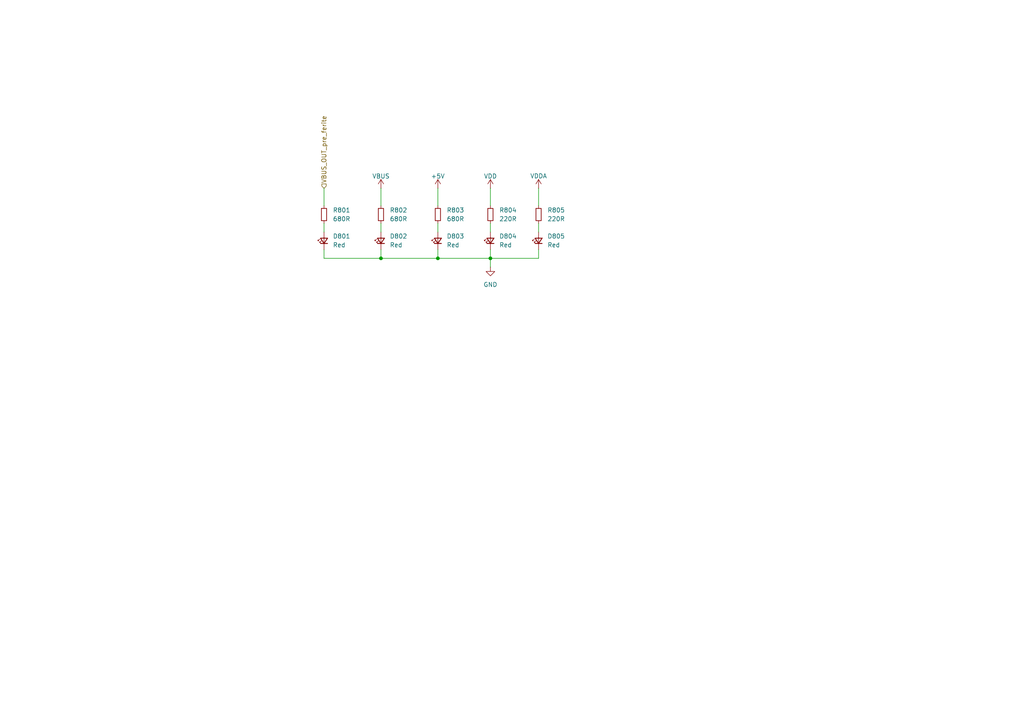
<source format=kicad_sch>
(kicad_sch (version 20231120) (generator "eeschema") (generator_version "8.0")
  (paper "A4")
  (lib_symbols
    (symbol "Device:LED_Small" (pin_numbers hide) (pin_names (offset 0.254) hide)
      (property "Reference" "D" (at -1.27 3.175 0))
      (property "Value" "LED_Small" (at -4.445 -2.54 0))
      (symbol "LED_Small_0_1"
        (polyline (pts (xy -0.762 -1.016) (xy -0.762 1.016)) (stroke (width 0.254)))
        (polyline (pts (xy 1.016 0) (xy -0.762 0)))
        (polyline (pts (xy 0.762 -1.016) (xy -0.762 0) (xy 0.762 1.016) (xy 0.762 -1.016)) (stroke (width 0.254)))
        (polyline (pts (xy 0 0.762) (xy -0.508 1.27) (xy -0.254 1.27) (xy -0.508 1.27) (xy -0.508 1.016)))
        (polyline (pts (xy 0.508 1.27) (xy 0 1.778) (xy 0.254 1.778) (xy 0 1.778) (xy 0 1.524)))
      )
      (symbol "LED_Small_1_1"
        (pin passive line (at -2.54 0 0) (length 1.778) (name "K") (number "1"))
        (pin passive line (at 2.54 0 180) (length 1.778) (name "A") (number "2"))
      )
    )
    (symbol "Device:R_Small" (pin_numbers hide) (pin_names (offset 0.254) hide)
      (property "Reference" "R" (at 0.762 0.508 0))
      (property "Value" "R_Small" (at 0.762 -1.016 0))
      (symbol "R_Small_0_1"
        (rectangle (start -0.762 1.778) (end 0.762 -1.778) (stroke (width 0.2032)))
      )
      (symbol "R_Small_1_1"
        (pin passive line (at 0 2.54 270) (length 0.762) (name "~") (number "1"))
        (pin passive line (at 0 -2.54 90) (length 0.762) (name "~") (number "2"))
      )
    )
    (symbol "power:+5V" (power) (pin_numbers hide) (pin_names (offset 0) hide)
      (property "Value" "+5V" (at 0 3.556 0))
      (symbol "+5V_0_1"
        (polyline (pts (xy -0.762 1.27) (xy 0 2.54)))
        (polyline (pts (xy 0 0) (xy 0 2.54)))
        (polyline (pts (xy 0 2.54) (xy 0.762 1.27)))
      )
      (symbol "+5V_1_1"
        (pin power_in line (at 0 0 90) (length 0) (name "~") (number "1"))
      )
    )
    (symbol "power:GND" (power) (pin_numbers hide) (pin_names (offset 0) hide)
      (property "Value" "GND" (at 0 -3.81 0))
      (symbol "GND_0_1"
        (polyline (pts (xy 0 0) (xy 0 -1.27) (xy 1.27 -1.27) (xy 0 -2.54) (xy -1.27 -1.27) (xy 0 -1.27)))
      )
      (symbol "GND_1_1"
        (pin power_in line (at 0 0 270) (length 0) (name "~") (number "1"))
      )
    )
    (symbol "power:VBUS" (power) (pin_numbers hide) (pin_names (offset 0) hide)
      (property "Value" "VBUS" (at 0 3.556 0))
      (symbol "VBUS_0_1"
        (polyline (pts (xy -0.762 1.27) (xy 0 2.54)))
        (polyline (pts (xy 0 0) (xy 0 2.54)))
        (polyline (pts (xy 0 2.54) (xy 0.762 1.27)))
      )
      (symbol "VBUS_1_1"
        (pin power_in line (at 0 0 90) (length 0) (name "~") (number "1"))
      )
    )
    (symbol "power:VDD" (power) (pin_numbers hide) (pin_names (offset 0) hide)
      (property "Value" "VDD" (at 0 3.556 0))
      (symbol "VDD_0_1"
        (polyline (pts (xy -0.762 1.27) (xy 0 2.54)))
        (polyline (pts (xy 0 0) (xy 0 2.54)))
        (polyline (pts (xy 0 2.54) (xy 0.762 1.27)))
      )
      (symbol "VDD_1_1"
        (pin power_in line (at 0 0 90) (length 0) (name "~") (number "1"))
      )
    )
    (symbol "power:VDDA" (power) (pin_numbers hide) (pin_names (offset 0) hide)
      (property "Value" "VDDA" (at 0 3.556 0))
      (symbol "VDDA_0_1"
        (polyline (pts (xy -0.762 1.27) (xy 0 2.54)))
        (polyline (pts (xy 0 0) (xy 0 2.54)))
        (polyline (pts (xy 0 2.54) (xy 0.762 1.27)))
      )
      (symbol "VDDA_1_1"
        (pin power_in line (at 0 0 90) (length 0) (name "~") (number "1"))
      )
    )
  )
  (junction (at 110.49 74.93))
  (junction (at 142.24 74.93))
  (junction (at 127 74.93))
  (wire (pts (xy 127 54.61) (xy 127 59.69)))
  (wire (pts (xy 142.24 64.77) (xy 142.24 67.31)))
  (wire (pts (xy 127 74.93) (xy 142.24 74.93)))
  (wire (pts (xy 142.24 72.39) (xy 142.24 74.93)))
  (wire (pts (xy 156.21 74.93) (xy 156.21 72.39)))
  (wire (pts (xy 156.21 54.61) (xy 156.21 59.69)))
  (wire (pts (xy 93.98 54.61) (xy 93.98 59.69)))
  (wire (pts (xy 110.49 54.61) (xy 110.49 59.69)))
  (wire (pts (xy 93.98 74.93) (xy 93.98 72.39)))
  (wire (pts (xy 142.24 74.93) (xy 156.21 74.93)))
  (wire (pts (xy 127 74.93) (xy 127 72.39)))
  (wire (pts (xy 110.49 74.93) (xy 127 74.93)))
  (wire (pts (xy 156.21 64.77) (xy 156.21 67.31)))
  (wire (pts (xy 142.24 54.61) (xy 142.24 59.69)))
  (wire (pts (xy 93.98 74.93) (xy 110.49 74.93)))
  (wire (pts (xy 127 64.77) (xy 127 67.31)))
  (wire (pts (xy 93.98 64.77) (xy 93.98 67.31)))
  (wire (pts (xy 110.49 64.77) (xy 110.49 67.31)))
  (wire (pts (xy 110.49 74.93) (xy 110.49 72.39)))
  (wire (pts (xy 142.24 74.93) (xy 142.24 77.47)))
  (hierarchical_label "VBUS_OUT_pre_ferite" (shape input) (at 93.98 54.61 90))
  (symbol (lib_id "power:+5V") (at 127 54.61 0) (unit 1)
    (property "Reference" "#PWR0802" (effects (hide yes)))
    (property "Value" "+5V" (at 127 51.1081 0))
    (property "Description" "Power symbol creates a global label with name \"+5V\"" (effects (hide yes)))
  )
  (symbol (lib_id "Device:R_Small") (at 110.49 62.23 0) (unit 1)
    (property "Reference" "R802" (at 113.03 60.96 0) (effects (justify left)))
    (property "Value" "680R" (at 113.03 63.5 0) (effects (justify left)))
    (property "Footprint" "Resistor_SMD:R_0805_2012Metric_Pad1.20x1.40mm_HandSolder" (effects (hide yes)))
    (property "Description" "Resistor, small symbol" (effects (hide yes)))
    (property "LCSC" "C17798" (effects (hide yes)))
  )
  (symbol (lib_id "Device:LED_Small") (at 127 69.85 90) (unit 1)
    (property "Reference" "D803" (at 129.54 68.5165 90) (effects (justify right)))
    (property "Value" "Red" (at 129.54 71.0565 90) (effects (justify right)))
    (property "Footprint" "Diode_SMD:D_0805_2012Metric_Pad1.15x1.40mm_HandSolder" (effects (hide yes)))
    (property "Description" "Light emitting diode, small symbol" (effects (hide yes)))
    (property "LCSC" "C84256" (effects (hide yes)))
  )
  (symbol (lib_id "power:VDDA") (at 156.21 54.61 0) (unit 1)
    (property "Reference" "#PWR0805" (effects (hide yes)))
    (property "Value" "VDDA" (at 156.21 51.054 0))
    (property "Description" "Power symbol creates a global label with name \"VDDA\"" (effects (hide yes)))
  )
  (symbol (lib_id "power:VBUS") (at 110.49 54.61 0) (unit 1)
    (property "Reference" "#PWR0801" (effects (hide yes)))
    (property "Value" "VBUS" (at 110.49 51.1081 0))
    (property "Description" "Power symbol creates a global label with name \"VBUS\"" (effects (hide yes)))
  )
  (symbol (lib_id "Device:LED_Small") (at 93.98 69.85 90) (unit 1)
    (property "Reference" "D801" (at 96.52 68.5165 90) (effects (justify right)))
    (property "Value" "Red" (at 96.52 71.0565 90) (effects (justify right)))
    (property "Footprint" "Diode_SMD:D_0805_2012Metric_Pad1.15x1.40mm_HandSolder" (effects (hide yes)))
    (property "Description" "Light emitting diode, small symbol" (effects (hide yes)))
    (property "LCSC" "C84256" (effects (hide yes)))
  )
  (symbol (lib_id "Device:LED_Small") (at 110.49 69.85 90) (unit 1)
    (property "Reference" "D802" (at 113.03 68.5165 90) (effects (justify right)))
    (property "Value" "Red" (at 113.03 71.0565 90) (effects (justify right)))
    (property "Footprint" "Diode_SMD:D_0805_2012Metric_Pad1.15x1.40mm_HandSolder" (effects (hide yes)))
    (property "Description" "Light emitting diode, small symbol" (effects (hide yes)))
    (property "LCSC" "C84256" (effects (hide yes)))
  )
  (symbol (lib_id "Device:R_Small") (at 127 62.23 0) (unit 1)
    (property "Reference" "R803" (at 129.54 60.96 0) (effects (justify left)))
    (property "Value" "680R" (at 129.54 63.5 0) (effects (justify left)))
    (property "Footprint" "Resistor_SMD:R_0805_2012Metric_Pad1.20x1.40mm_HandSolder" (effects (hide yes)))
    (property "Description" "Resistor, small symbol" (effects (hide yes)))
    (property "LCSC" "C17798" (effects (hide yes)))
  )
  (symbol (lib_id "Device:LED_Small") (at 142.24 69.85 90) (unit 1)
    (property "Reference" "D804" (at 144.78 68.5165 90) (effects (justify right)))
    (property "Value" "Red" (at 144.78 71.0565 90) (effects (justify right)))
    (property "Footprint" "Diode_SMD:D_0805_2012Metric_Pad1.15x1.40mm_HandSolder" (effects (hide yes)))
    (property "Description" "Light emitting diode, small symbol" (effects (hide yes)))
    (property "LCSC" "C84256" (effects (hide yes)))
  )
  (symbol (lib_id "Device:R_Small") (at 93.98 62.23 0) (unit 1)
    (property "Reference" "R801" (at 96.52 60.96 0) (effects (justify left)))
    (property "Value" "680R" (at 96.52 63.5 0) (effects (justify left)))
    (property "Footprint" "Resistor_SMD:R_0805_2012Metric_Pad1.20x1.40mm_HandSolder" (effects (hide yes)))
    (property "Description" "Resistor, small symbol" (effects (hide yes)))
    (property "LCSC" "C17798" (effects (hide yes)))
  )
  (symbol (lib_id "power:GND") (at 142.24 77.47 0) (unit 1)
    (property "Reference" "#PWR0804" (effects (hide yes)))
    (property "Value" "GND" (at 142.24 82.55 0))
    (property "Description" "Power symbol creates a global label with name \"GND\" , ground" (effects (hide yes)))
  )
  (symbol (lib_id "Device:R_Small") (at 156.21 62.23 0) (unit 1)
    (property "Reference" "R805" (at 158.75 60.96 0) (effects (justify left)))
    (property "Value" "220R" (at 158.75 63.5 0) (effects (justify left)))
    (property "Footprint" "Resistor_SMD:R_0805_2012Metric_Pad1.20x1.40mm_HandSolder" (effects (hide yes)))
    (property "Description" "Resistor, small symbol" (effects (hide yes)))
    (property "LCSC" "C17557" (effects (hide yes)))
  )
  (symbol (lib_id "Device:LED_Small") (at 156.21 69.85 90) (unit 1)
    (property "Reference" "D805" (at 158.75 68.5165 90) (effects (justify right)))
    (property "Value" "Red" (at 158.75 71.0565 90) (effects (justify right)))
    (property "Footprint" "Diode_SMD:D_0805_2012Metric_Pad1.15x1.40mm_HandSolder" (effects (hide yes)))
    (property "Description" "Light emitting diode, small symbol" (effects (hide yes)))
    (property "LCSC" "C84256" (effects (hide yes)))
  )
  (symbol (lib_id "Device:R_Small") (at 142.24 62.23 0) (unit 1)
    (property "Reference" "R804" (at 144.78 60.96 0) (effects (justify left)))
    (property "Value" "220R" (at 144.78 63.5 0) (effects (justify left)))
    (property "Footprint" "Resistor_SMD:R_0805_2012Metric_Pad1.20x1.40mm_HandSolder" (effects (hide yes)))
    (property "Description" "Resistor, small symbol" (effects (hide yes)))
    (property "LCSC" "C17557" (effects (hide yes)))
  )
  (symbol (lib_id "power:VDD") (at 142.24 54.61 0) (unit 1)
    (property "Reference" "#PWR0803" (effects (hide yes)))
    (property "Value" "VDD" (at 142.24 51.1081 0))
    (property "Description" "Power symbol creates a global label with name \"VDD\"" (effects (hide yes)))
  )
)
</source>
